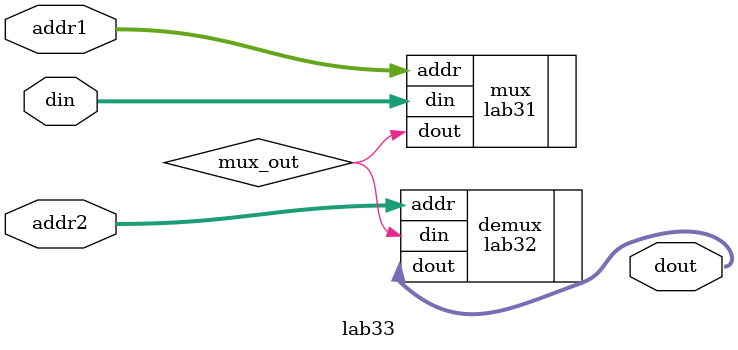
<source format=sv>
module lab33 (
    input logic [3 : 0] din ,
    input logic [1 : 0] addr1,
    input logic [1 : 0] addr2,
    output logic [3 : 0] dout
);
// Внутренний сигнал для соед. мультиплексора и демультиплексора
logic mux_out;
// мультиплексор
lab31 mux (
    .din(din),
    .addr(addr1),
    .dout(mux_out)
);
lab32 demux (
    .din(mux_out),
    .addr(addr2),
    .dout(dout)
);

endmodule
</source>
